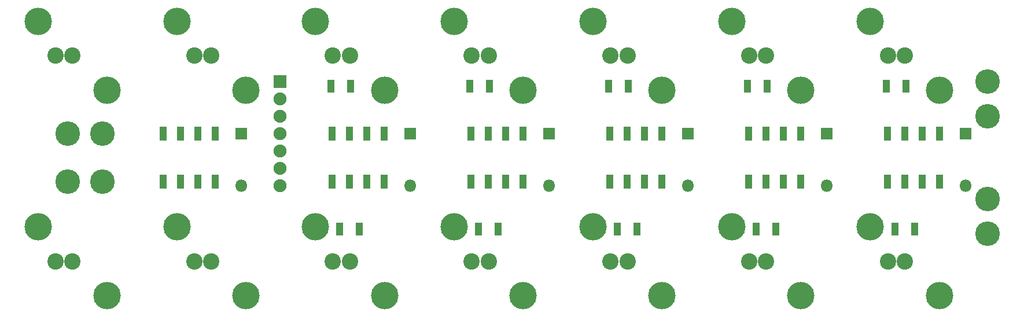
<source format=gts>
G04 #@! TF.FileFunction,Soldermask,Top*
%FSLAX46Y46*%
G04 Gerber Fmt 4.6, Leading zero omitted, Abs format (unit mm)*
G04 Created by KiCad (PCBNEW 4.0.4+e1-6308~48~ubuntu15.10.1-stable) date Fri Oct 20 15:41:00 2017*
%MOMM*%
%LPD*%
G01*
G04 APERTURE LIST*
%ADD10C,0.100000*%
%ADD11C,4.010000*%
%ADD12C,2.400000*%
%ADD13R,1.100000X2.100000*%
%ADD14C,3.600000*%
%ADD15R,1.100000X1.900000*%
%ADD16R,1.900000X1.900000*%
%ADD17O,1.900000X1.900000*%
%ADD18R,1.800000X1.800000*%
%ADD19O,1.800000X1.800000*%
G04 APERTURE END LIST*
D10*
D11*
X205135000Y-94645000D03*
D12*
X210185000Y-99695000D03*
X207685000Y-99695000D03*
D11*
X215235000Y-104745000D03*
X205135000Y-124735000D03*
D12*
X210185000Y-129785000D03*
X207685000Y-129785000D03*
D11*
X215235000Y-134835000D03*
X184835000Y-94645000D03*
D12*
X189885000Y-99695000D03*
X187385000Y-99695000D03*
D11*
X194935000Y-104745000D03*
X184835000Y-124735000D03*
D12*
X189885000Y-129785000D03*
X187385000Y-129785000D03*
D11*
X194935000Y-134835000D03*
X164535000Y-94645000D03*
D12*
X169585000Y-99695000D03*
X167085000Y-99695000D03*
D11*
X174635000Y-104745000D03*
X164535000Y-124735000D03*
D12*
X169585000Y-129785000D03*
X167085000Y-129785000D03*
D11*
X174635000Y-134835000D03*
X144235000Y-94645000D03*
D12*
X149285000Y-99695000D03*
X146785000Y-99695000D03*
D11*
X154335000Y-104745000D03*
X144235000Y-124735000D03*
D12*
X149285000Y-129785000D03*
X146785000Y-129785000D03*
D11*
X154335000Y-134835000D03*
X123935000Y-94645000D03*
D12*
X128985000Y-99695000D03*
X126485000Y-99695000D03*
D11*
X134035000Y-104745000D03*
X123935000Y-124735000D03*
D12*
X128985000Y-129785000D03*
X126485000Y-129785000D03*
D11*
X134035000Y-134835000D03*
X83335000Y-94645000D03*
D12*
X88385000Y-99695000D03*
X85885000Y-99695000D03*
D11*
X93435000Y-104745000D03*
X103635000Y-94645000D03*
D12*
X108685000Y-99695000D03*
X106185000Y-99695000D03*
D11*
X113735000Y-104745000D03*
X83335000Y-124735000D03*
D12*
X88385000Y-129785000D03*
X85885000Y-129785000D03*
D11*
X93435000Y-134835000D03*
X103635000Y-124735000D03*
D12*
X108685000Y-129785000D03*
X106185000Y-129785000D03*
D11*
X113735000Y-134835000D03*
D13*
X215265000Y-118125000D03*
X210185000Y-118125000D03*
X212725000Y-118125000D03*
X207645000Y-118125000D03*
X207645000Y-111125000D03*
X210185000Y-111125000D03*
X212725000Y-111125000D03*
X215265000Y-111125000D03*
X194945000Y-118125000D03*
X189865000Y-118125000D03*
X192405000Y-118125000D03*
X187325000Y-118125000D03*
X187325000Y-111125000D03*
X189865000Y-111125000D03*
X192405000Y-111125000D03*
X194945000Y-111125000D03*
X174625000Y-118125000D03*
X169545000Y-118125000D03*
X172085000Y-118125000D03*
X167005000Y-118125000D03*
X167005000Y-111125000D03*
X169545000Y-111125000D03*
X172085000Y-111125000D03*
X174625000Y-111125000D03*
X154305000Y-118125000D03*
X149225000Y-118125000D03*
X151765000Y-118125000D03*
X146685000Y-118125000D03*
X146685000Y-111125000D03*
X149225000Y-111125000D03*
X151765000Y-111125000D03*
X154305000Y-111125000D03*
X133985000Y-118125000D03*
X128905000Y-118125000D03*
X131445000Y-118125000D03*
X126365000Y-118125000D03*
X126365000Y-111125000D03*
X128905000Y-111125000D03*
X131445000Y-111125000D03*
X133985000Y-111125000D03*
X109220000Y-118125000D03*
X104140000Y-118125000D03*
X106680000Y-118125000D03*
X101600000Y-118125000D03*
X101600000Y-111125000D03*
X104140000Y-111125000D03*
X106680000Y-111125000D03*
X109220000Y-111125000D03*
D14*
X222250000Y-108585000D03*
X222250000Y-120650000D03*
X92710000Y-111125000D03*
X92710000Y-118110000D03*
X222250000Y-103505000D03*
X222250000Y-125730000D03*
X87630000Y-111125000D03*
X87630000Y-118110000D03*
D15*
X210365000Y-104140000D03*
X207465000Y-104140000D03*
X211635000Y-125095000D03*
X208735000Y-125095000D03*
X191315000Y-125095000D03*
X188415000Y-125095000D03*
X169725000Y-104140000D03*
X166825000Y-104140000D03*
X170995000Y-125095000D03*
X168095000Y-125095000D03*
X149405000Y-104140000D03*
X146505000Y-104140000D03*
X150675000Y-125095000D03*
X147775000Y-125095000D03*
X129085000Y-104140000D03*
X126185000Y-104140000D03*
X130355000Y-125095000D03*
X127455000Y-125095000D03*
X190045000Y-104140000D03*
X187145000Y-104140000D03*
D16*
X118745000Y-103505000D03*
D17*
X118745000Y-106045000D03*
X118745000Y-108585000D03*
X118745000Y-111125000D03*
X118745000Y-113665000D03*
X118745000Y-116205000D03*
X118745000Y-118745000D03*
D18*
X219075000Y-111125000D03*
D19*
X219075000Y-118745000D03*
D18*
X198755000Y-111125000D03*
D19*
X198755000Y-118745000D03*
D18*
X178435000Y-111125000D03*
D19*
X178435000Y-118745000D03*
D18*
X158115000Y-111125000D03*
D19*
X158115000Y-118745000D03*
D18*
X113030000Y-111125000D03*
D19*
X113030000Y-118745000D03*
D18*
X137795000Y-111125000D03*
D19*
X137795000Y-118745000D03*
M02*

</source>
